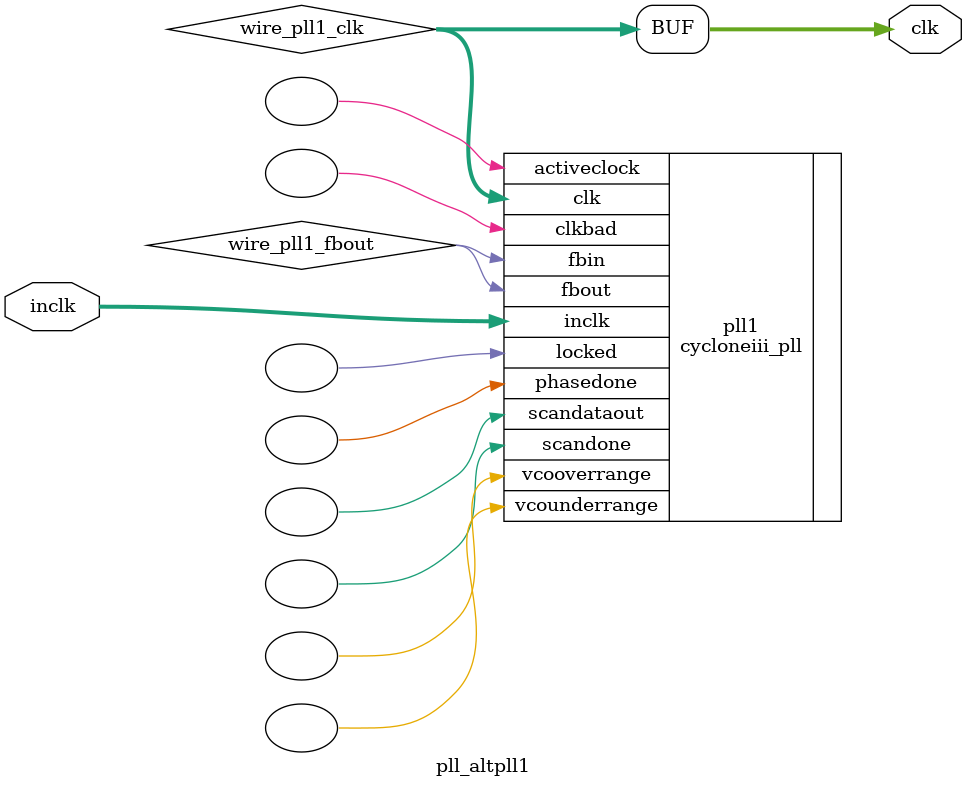
<source format=v>






//synthesis_resources = cycloneiii_pll 1 
//synopsys translate_off
`timescale 1 ps / 1 ps
//synopsys translate_on
module  pll_altpll1
	( 
	clk,
	inclk) /* synthesis synthesis_clearbox=1 */;
	output   [4:0]  clk;
	input   [1:0]  inclk;
`ifndef ALTERA_RESERVED_QIS
// synopsys translate_off
`endif
	tri0   [1:0]  inclk;
`ifndef ALTERA_RESERVED_QIS
// synopsys translate_on
`endif

	wire  [4:0]   wire_pll1_clk;
	wire  wire_pll1_fbout;

	cycloneiii_pll   pll1
	( 
	.activeclock(),
	.clk(wire_pll1_clk),
	.clkbad(),
	.fbin(wire_pll1_fbout),
	.fbout(wire_pll1_fbout),
	.inclk(inclk),
	.locked(),
	.phasedone(),
	.scandataout(),
	.scandone(),
	.vcooverrange(),
	.vcounderrange()
	`ifndef FORMAL_VERIFICATION
	// synopsys translate_off
	`endif
	,
	.areset(1'b0),
	.clkswitch(1'b0),
	.configupdate(1'b0),
	.pfdena(1'b1),
	.phasecounterselect({3{1'b0}}),
	.phasestep(1'b0),
	.phaseupdown(1'b0),
	.scanclk(1'b0),
	.scanclkena(1'b1),
	.scandata(1'b0)
	`ifndef FORMAL_VERIFICATION
	// synopsys translate_on
	`endif
	);
	defparam
		pll1.bandwidth_type = "auto",
		pll1.clk0_divide_by = 500,
		pll1.clk0_duty_cycle = 50,
		pll1.clk0_multiply_by = 1,
		pll1.clk0_phase_shift = "0",
		pll1.compensate_clock = "clk0",
		pll1.inclk0_input_frequency = 20000,
		pll1.operation_mode = "normal",
		pll1.pll_type = "auto",
		pll1.lpm_type = "cycloneiii_pll";
	assign
		clk = {wire_pll1_clk[4:0]};
endmodule //pll_altpll1
//VALID FILE

</source>
